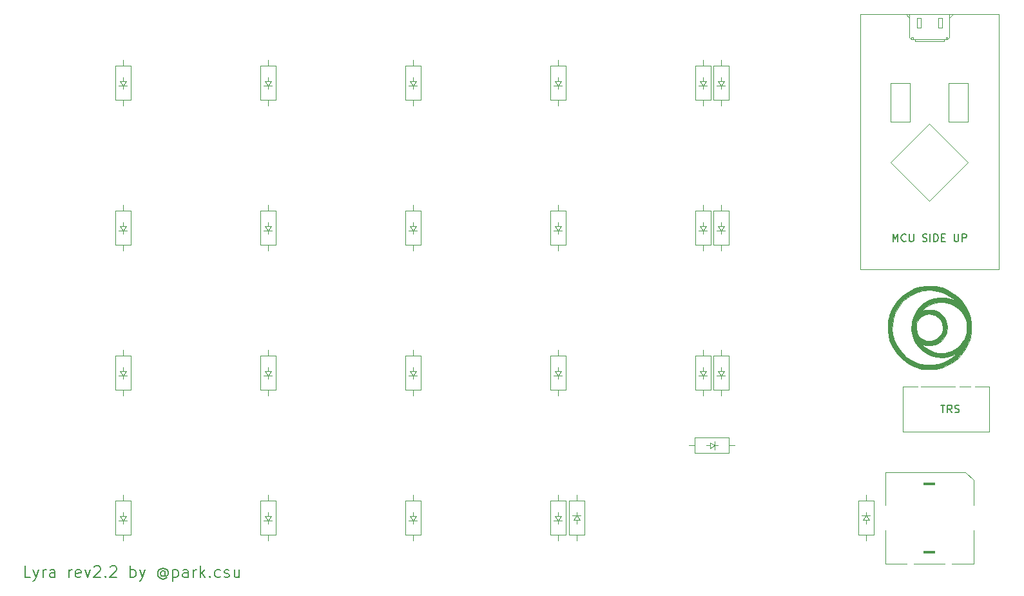
<source format=gto>
G04 #@! TF.GenerationSoftware,KiCad,Pcbnew,(5.99.0-13181-gc0a6014114)*
G04 #@! TF.CreationDate,2021-11-12T19:27:17+09:00*
G04 #@! TF.ProjectId,Lyra,4c797261-2e6b-4696-9361-645f70636258,rev?*
G04 #@! TF.SameCoordinates,Original*
G04 #@! TF.FileFunction,Legend,Top*
G04 #@! TF.FilePolarity,Positive*
%FSLAX46Y46*%
G04 Gerber Fmt 4.6, Leading zero omitted, Abs format (unit mm)*
G04 Created by KiCad (PCBNEW (5.99.0-13181-gc0a6014114)) date 2021-11-12 19:27:17*
%MOMM*%
%LPD*%
G01*
G04 APERTURE LIST*
G04 Aperture macros list*
%AMRoundRect*
0 Rectangle with rounded corners*
0 $1 Rounding radius*
0 $2 $3 $4 $5 $6 $7 $8 $9 X,Y pos of 4 corners*
0 Add a 4 corners polygon primitive as box body*
4,1,4,$2,$3,$4,$5,$6,$7,$8,$9,$2,$3,0*
0 Add four circle primitives for the rounded corners*
1,1,$1+$1,$2,$3*
1,1,$1+$1,$4,$5*
1,1,$1+$1,$6,$7*
1,1,$1+$1,$8,$9*
0 Add four rect primitives between the rounded corners*
20,1,$1+$1,$2,$3,$4,$5,0*
20,1,$1+$1,$4,$5,$6,$7,0*
20,1,$1+$1,$6,$7,$8,$9,0*
20,1,$1+$1,$8,$9,$2,$3,0*%
G04 Aperture macros list end*
%ADD10C,0.150000*%
%ADD11C,0.120000*%
%ADD12C,0.010000*%
%ADD13C,0.100000*%
%ADD14C,1.000000*%
%ADD15O,1.400000X1.200000*%
%ADD16O,1.300000X1.200000*%
%ADD17C,1.750000*%
%ADD18C,3.987800*%
%ADD19C,2.250000*%
%ADD20C,3.048000*%
%ADD21RoundRect,0.800000X0.000000X0.150000X0.000000X-0.150000X0.000000X-0.150000X0.000000X0.150000X0*%
%ADD22C,2.100000*%
%ADD23C,2.000000*%
%ADD24R,2.000000X3.200000*%
%ADD25C,1.524000*%
%ADD26C,2.200000*%
%ADD27R,1.600000X1.600000*%
%ADD28R,1.200000X0.900000*%
%ADD29O,1.600000X1.600000*%
%ADD30R,0.900000X1.200000*%
G04 APERTURE END LIST*
D10*
X82155140Y-133243098D02*
X81440854Y-133243098D01*
X81440854Y-131743098D01*
X82512283Y-132243098D02*
X82869425Y-133243098D01*
X83226568Y-132243098D02*
X82869425Y-133243098D01*
X82726568Y-133600241D01*
X82655140Y-133671669D01*
X82512283Y-133743098D01*
X83797997Y-133243098D02*
X83797997Y-132243098D01*
X83797997Y-132528812D02*
X83869425Y-132385955D01*
X83940854Y-132314527D01*
X84083711Y-132243098D01*
X84226568Y-132243098D01*
X85369425Y-133243098D02*
X85369425Y-132457384D01*
X85297997Y-132314527D01*
X85155140Y-132243098D01*
X84869425Y-132243098D01*
X84726568Y-132314527D01*
X85369425Y-133171669D02*
X85226568Y-133243098D01*
X84869425Y-133243098D01*
X84726568Y-133171669D01*
X84655140Y-133028812D01*
X84655140Y-132885955D01*
X84726568Y-132743098D01*
X84869425Y-132671669D01*
X85226568Y-132671669D01*
X85369425Y-132600241D01*
X87226568Y-133243098D02*
X87226568Y-132243098D01*
X87226568Y-132528812D02*
X87297997Y-132385955D01*
X87369425Y-132314527D01*
X87512283Y-132243098D01*
X87655140Y-132243098D01*
X88726568Y-133171669D02*
X88583711Y-133243098D01*
X88297997Y-133243098D01*
X88155140Y-133171669D01*
X88083711Y-133028812D01*
X88083711Y-132457384D01*
X88155140Y-132314527D01*
X88297997Y-132243098D01*
X88583711Y-132243098D01*
X88726568Y-132314527D01*
X88797997Y-132457384D01*
X88797997Y-132600241D01*
X88083711Y-132743098D01*
X89297997Y-132243098D02*
X89655140Y-133243098D01*
X90012283Y-132243098D01*
X90512283Y-131885955D02*
X90583711Y-131814527D01*
X90726568Y-131743098D01*
X91083711Y-131743098D01*
X91226568Y-131814527D01*
X91297997Y-131885955D01*
X91369425Y-132028812D01*
X91369425Y-132171669D01*
X91297997Y-132385955D01*
X90440854Y-133243098D01*
X91369425Y-133243098D01*
X92012283Y-133100241D02*
X92083711Y-133171669D01*
X92012283Y-133243098D01*
X91940854Y-133171669D01*
X92012283Y-133100241D01*
X92012283Y-133243098D01*
X92655140Y-131885955D02*
X92726568Y-131814527D01*
X92869425Y-131743098D01*
X93226568Y-131743098D01*
X93369425Y-131814527D01*
X93440854Y-131885955D01*
X93512283Y-132028812D01*
X93512283Y-132171669D01*
X93440854Y-132385955D01*
X92583711Y-133243098D01*
X93512283Y-133243098D01*
X95297997Y-133243098D02*
X95297997Y-131743098D01*
X95297997Y-132314527D02*
X95440854Y-132243098D01*
X95726568Y-132243098D01*
X95869425Y-132314527D01*
X95940854Y-132385955D01*
X96012283Y-132528812D01*
X96012283Y-132957384D01*
X95940854Y-133100241D01*
X95869425Y-133171669D01*
X95726568Y-133243098D01*
X95440854Y-133243098D01*
X95297997Y-133171669D01*
X96512283Y-132243098D02*
X96869425Y-133243098D01*
X97226568Y-132243098D02*
X96869425Y-133243098D01*
X96726568Y-133600241D01*
X96655140Y-133671669D01*
X96512283Y-133743098D01*
X99869425Y-132528812D02*
X99797997Y-132457384D01*
X99655140Y-132385955D01*
X99512283Y-132385955D01*
X99369425Y-132457384D01*
X99297997Y-132528812D01*
X99226568Y-132671669D01*
X99226568Y-132814527D01*
X99297997Y-132957384D01*
X99369425Y-133028812D01*
X99512283Y-133100241D01*
X99655140Y-133100241D01*
X99797997Y-133028812D01*
X99869425Y-132957384D01*
X99869425Y-132385955D02*
X99869425Y-132957384D01*
X99940854Y-133028812D01*
X100012283Y-133028812D01*
X100155140Y-132957384D01*
X100226568Y-132814527D01*
X100226568Y-132457384D01*
X100083711Y-132243098D01*
X99869425Y-132100241D01*
X99583711Y-132028812D01*
X99297997Y-132100241D01*
X99083711Y-132243098D01*
X98940854Y-132457384D01*
X98869425Y-132743098D01*
X98940854Y-133028812D01*
X99083711Y-133243098D01*
X99297997Y-133385955D01*
X99583711Y-133457384D01*
X99869425Y-133385955D01*
X100083711Y-133243098D01*
X100869425Y-132243098D02*
X100869425Y-133743098D01*
X100869425Y-132314527D02*
X101012283Y-132243098D01*
X101297997Y-132243098D01*
X101440854Y-132314527D01*
X101512283Y-132385955D01*
X101583711Y-132528812D01*
X101583711Y-132957384D01*
X101512283Y-133100241D01*
X101440854Y-133171669D01*
X101297997Y-133243098D01*
X101012283Y-133243098D01*
X100869425Y-133171669D01*
X102869425Y-133243098D02*
X102869425Y-132457384D01*
X102797997Y-132314527D01*
X102655140Y-132243098D01*
X102369425Y-132243098D01*
X102226568Y-132314527D01*
X102869425Y-133171669D02*
X102726568Y-133243098D01*
X102369425Y-133243098D01*
X102226568Y-133171669D01*
X102155140Y-133028812D01*
X102155140Y-132885955D01*
X102226568Y-132743098D01*
X102369425Y-132671669D01*
X102726568Y-132671669D01*
X102869425Y-132600241D01*
X103583711Y-133243098D02*
X103583711Y-132243098D01*
X103583711Y-132528812D02*
X103655140Y-132385955D01*
X103726568Y-132314527D01*
X103869425Y-132243098D01*
X104012283Y-132243098D01*
X104512283Y-133243098D02*
X104512283Y-131743098D01*
X104655140Y-132671669D02*
X105083711Y-133243098D01*
X105083711Y-132243098D02*
X104512283Y-132814527D01*
X105726568Y-133100241D02*
X105797997Y-133171669D01*
X105726568Y-133243098D01*
X105655140Y-133171669D01*
X105726568Y-133100241D01*
X105726568Y-133243098D01*
X107083711Y-133171669D02*
X106940854Y-133243098D01*
X106655140Y-133243098D01*
X106512283Y-133171669D01*
X106440854Y-133100241D01*
X106369425Y-132957384D01*
X106369425Y-132528812D01*
X106440854Y-132385955D01*
X106512283Y-132314527D01*
X106655140Y-132243098D01*
X106940854Y-132243098D01*
X107083711Y-132314527D01*
X107655140Y-133171669D02*
X107797997Y-133243098D01*
X108083711Y-133243098D01*
X108226568Y-133171669D01*
X108297997Y-133028812D01*
X108297997Y-132957384D01*
X108226568Y-132814527D01*
X108083711Y-132743098D01*
X107869425Y-132743098D01*
X107726568Y-132671669D01*
X107655140Y-132528812D01*
X107655140Y-132457384D01*
X107726568Y-132314527D01*
X107869425Y-132243098D01*
X108083711Y-132243098D01*
X108226568Y-132314527D01*
X109583711Y-132243098D02*
X109583711Y-133243098D01*
X108940854Y-132243098D02*
X108940854Y-133028812D01*
X109012283Y-133171669D01*
X109155140Y-133243098D01*
X109369425Y-133243098D01*
X109512283Y-133171669D01*
X109583711Y-133100241D01*
X201750858Y-110585567D02*
X202322286Y-110585567D01*
X202036572Y-111585567D02*
X202036572Y-110585567D01*
X203227048Y-111585567D02*
X202893715Y-111109377D01*
X202655620Y-111585567D02*
X202655620Y-110585567D01*
X203036572Y-110585567D01*
X203131810Y-110633187D01*
X203179429Y-110680806D01*
X203227048Y-110776044D01*
X203227048Y-110918901D01*
X203179429Y-111014139D01*
X203131810Y-111061758D01*
X203036572Y-111109377D01*
X202655620Y-111109377D01*
X203608001Y-111537948D02*
X203750858Y-111585567D01*
X203988953Y-111585567D01*
X204084191Y-111537948D01*
X204131810Y-111490329D01*
X204179429Y-111395091D01*
X204179429Y-111299853D01*
X204131810Y-111204615D01*
X204084191Y-111156996D01*
X203988953Y-111109377D01*
X203798477Y-111061758D01*
X203703239Y-111014139D01*
X203655620Y-110966520D01*
X203608001Y-110871282D01*
X203608001Y-110776044D01*
X203655620Y-110680806D01*
X203703239Y-110633187D01*
X203798477Y-110585567D01*
X204036572Y-110585567D01*
X204179429Y-110633187D01*
X195472655Y-89097871D02*
X195472655Y-88097871D01*
X195805988Y-88812157D01*
X196139321Y-88097871D01*
X196139321Y-89097871D01*
X197186940Y-89002633D02*
X197139321Y-89050252D01*
X196996464Y-89097871D01*
X196901226Y-89097871D01*
X196758369Y-89050252D01*
X196663131Y-88955014D01*
X196615512Y-88859776D01*
X196567893Y-88669300D01*
X196567893Y-88526443D01*
X196615512Y-88335967D01*
X196663131Y-88240729D01*
X196758369Y-88145491D01*
X196901226Y-88097871D01*
X196996464Y-88097871D01*
X197139321Y-88145491D01*
X197186940Y-88193110D01*
X197615512Y-88097871D02*
X197615512Y-88907395D01*
X197663131Y-89002633D01*
X197710750Y-89050252D01*
X197805988Y-89097871D01*
X197996464Y-89097871D01*
X198091702Y-89050252D01*
X198139321Y-89002633D01*
X198186940Y-88907395D01*
X198186940Y-88097871D01*
X199377417Y-89050252D02*
X199520274Y-89097871D01*
X199758369Y-89097871D01*
X199853607Y-89050252D01*
X199901226Y-89002633D01*
X199948845Y-88907395D01*
X199948845Y-88812157D01*
X199901226Y-88716919D01*
X199853607Y-88669300D01*
X199758369Y-88621681D01*
X199567893Y-88574062D01*
X199472655Y-88526443D01*
X199425036Y-88478824D01*
X199377417Y-88383586D01*
X199377417Y-88288348D01*
X199425036Y-88193110D01*
X199472655Y-88145491D01*
X199567893Y-88097871D01*
X199805988Y-88097871D01*
X199948845Y-88145491D01*
X200377417Y-89097871D02*
X200377417Y-88097871D01*
X200853607Y-89097871D02*
X200853607Y-88097871D01*
X201091702Y-88097871D01*
X201234559Y-88145491D01*
X201329798Y-88240729D01*
X201377417Y-88335967D01*
X201425036Y-88526443D01*
X201425036Y-88669300D01*
X201377417Y-88859776D01*
X201329798Y-88955014D01*
X201234559Y-89050252D01*
X201091702Y-89097871D01*
X200853607Y-89097871D01*
X201853607Y-88574062D02*
X202186940Y-88574062D01*
X202329798Y-89097871D02*
X201853607Y-89097871D01*
X201853607Y-88097871D01*
X202329798Y-88097871D01*
X203520274Y-88097871D02*
X203520274Y-88907395D01*
X203567893Y-89002633D01*
X203615512Y-89050252D01*
X203710750Y-89097871D01*
X203901226Y-89097871D01*
X203996464Y-89050252D01*
X204044083Y-89002633D01*
X204091702Y-88907395D01*
X204091702Y-88097871D01*
X204567893Y-89097871D02*
X204567893Y-88097871D01*
X204948845Y-88097871D01*
X205044083Y-88145491D01*
X205091702Y-88193110D01*
X205139321Y-88288348D01*
X205139321Y-88431205D01*
X205091702Y-88526443D01*
X205044083Y-88574062D01*
X204948845Y-88621681D01*
X204567893Y-88621681D01*
D11*
X196812763Y-114133187D02*
X208112763Y-114133187D01*
X208112763Y-108133187D02*
X196812763Y-108133187D01*
X196812763Y-108133187D02*
X196812763Y-114133187D01*
X208112763Y-114133187D02*
X208112763Y-108133187D01*
D12*
X201202742Y-94996437D02*
X201790980Y-95109696D01*
X201790980Y-95109696D02*
X201938179Y-95154038D01*
X201938179Y-95154038D02*
X202817745Y-95526122D01*
X202817745Y-95526122D02*
X203595574Y-96025506D01*
X203595574Y-96025506D02*
X203761840Y-96159155D01*
X203761840Y-96159155D02*
X204368798Y-96730127D01*
X204368798Y-96730127D02*
X204850111Y-97336144D01*
X204850111Y-97336144D02*
X205239866Y-98025500D01*
X205239866Y-98025500D02*
X205480545Y-98594236D01*
X205480545Y-98594236D02*
X205588530Y-98892335D01*
X205588530Y-98892335D02*
X205661528Y-99143129D01*
X205661528Y-99143129D02*
X205706471Y-99393889D01*
X205706471Y-99393889D02*
X205730293Y-99691886D01*
X205730293Y-99691886D02*
X205739927Y-100084393D01*
X205739927Y-100084393D02*
X205741749Y-100375184D01*
X205741749Y-100375184D02*
X205739854Y-100850944D01*
X205739854Y-100850944D02*
X205726301Y-101205538D01*
X205726301Y-101205538D02*
X205694758Y-101487049D01*
X205694758Y-101487049D02*
X205638893Y-101743558D01*
X205638893Y-101743558D02*
X205552374Y-102023150D01*
X205552374Y-102023150D02*
X205507713Y-102152371D01*
X205507713Y-102152371D02*
X205181812Y-102928239D01*
X205181812Y-102928239D02*
X204778045Y-103594955D01*
X204778045Y-103594955D02*
X204263032Y-104206756D01*
X204263032Y-104206756D02*
X204209572Y-104261495D01*
X204209572Y-104261495D02*
X203598735Y-104806456D01*
X203598735Y-104806456D02*
X202947134Y-105230855D01*
X202947134Y-105230855D02*
X202195886Y-105572412D01*
X202195886Y-105572412D02*
X202116622Y-105602132D01*
X202116622Y-105602132D02*
X201754030Y-105725470D01*
X201754030Y-105725470D02*
X201429997Y-105805413D01*
X201429997Y-105805413D02*
X201081129Y-105853023D01*
X201081129Y-105853023D02*
X200644031Y-105879359D01*
X200644031Y-105879359D02*
X200498846Y-105884376D01*
X200498846Y-105884376D02*
X200078991Y-105889723D01*
X200078991Y-105889723D02*
X199685894Y-105881176D01*
X199685894Y-105881176D02*
X199372330Y-105860576D01*
X199372330Y-105860576D02*
X199228846Y-105840063D01*
X199228846Y-105840063D02*
X198296738Y-105554691D01*
X198296738Y-105554691D02*
X197441739Y-105124749D01*
X197441739Y-105124749D02*
X196677863Y-104562806D01*
X196677863Y-104562806D02*
X196019124Y-103881431D01*
X196019124Y-103881431D02*
X195479537Y-103093193D01*
X195479537Y-103093193D02*
X195073115Y-102210661D01*
X195073115Y-102210661D02*
X195023700Y-102068517D01*
X195023700Y-102068517D02*
X194892724Y-101514999D01*
X194892724Y-101514999D02*
X194822726Y-100863147D01*
X194822726Y-100863147D02*
X194817245Y-100442851D01*
X194817245Y-100442851D02*
X195377764Y-100442851D01*
X195377764Y-100442851D02*
X195460717Y-101320917D01*
X195460717Y-101320917D02*
X195696690Y-102156383D01*
X195696690Y-102156383D02*
X196071849Y-102931648D01*
X196071849Y-102931648D02*
X196572363Y-103629109D01*
X196572363Y-103629109D02*
X197184401Y-104231165D01*
X197184401Y-104231165D02*
X197894131Y-104720214D01*
X197894131Y-104720214D02*
X198687722Y-105078652D01*
X198687722Y-105078652D02*
X199120217Y-105205477D01*
X199120217Y-105205477D02*
X199632866Y-105286671D01*
X199632866Y-105286671D02*
X200231738Y-105315070D01*
X200231738Y-105315070D02*
X200842240Y-105290911D01*
X200842240Y-105290911D02*
X201389781Y-105214433D01*
X201389781Y-105214433D02*
X201463782Y-105198014D01*
X201463782Y-105198014D02*
X202005052Y-105023996D01*
X202005052Y-105023996D02*
X202577548Y-104762640D01*
X202577548Y-104762640D02*
X203110041Y-104450056D01*
X203110041Y-104450056D02*
X203462179Y-104184928D01*
X203462179Y-104184928D02*
X203800846Y-103890529D01*
X203800846Y-103890529D02*
X203415865Y-104055383D01*
X203415865Y-104055383D02*
X202662091Y-104293216D01*
X202662091Y-104293216D02*
X201907376Y-104374126D01*
X201907376Y-104374126D02*
X201169037Y-104309537D01*
X201169037Y-104309537D02*
X200464394Y-104110872D01*
X200464394Y-104110872D02*
X199810764Y-103789553D01*
X199810764Y-103789553D02*
X199225464Y-103357005D01*
X199225464Y-103357005D02*
X198725812Y-102824651D01*
X198725812Y-102824651D02*
X198633021Y-102679449D01*
X198633021Y-102679449D02*
X199374644Y-102679449D01*
X199374644Y-102679449D02*
X199416808Y-102775634D01*
X199416808Y-102775634D02*
X199570821Y-102920163D01*
X199570821Y-102920163D02*
X200211288Y-103357618D01*
X200211288Y-103357618D02*
X200897200Y-103647493D01*
X200897200Y-103647493D02*
X201606677Y-103783951D01*
X201606677Y-103783951D02*
X202317841Y-103761156D01*
X202317841Y-103761156D02*
X202555518Y-103716233D01*
X202555518Y-103716233D02*
X203242777Y-103473800D01*
X203242777Y-103473800D02*
X203869033Y-103088772D01*
X203869033Y-103088772D02*
X204404654Y-102584693D01*
X204404654Y-102584693D02*
X204820008Y-101985107D01*
X204820008Y-101985107D02*
X204879174Y-101869959D01*
X204879174Y-101869959D02*
X205004354Y-101601290D01*
X205004354Y-101601290D02*
X205084509Y-101379142D01*
X205084509Y-101379142D02*
X205129626Y-101150881D01*
X205129626Y-101150881D02*
X205149693Y-100863867D01*
X205149693Y-100863867D02*
X205154696Y-100465465D01*
X205154696Y-100465465D02*
X205154752Y-100417517D01*
X205154752Y-100417517D02*
X205150214Y-99994553D01*
X205150214Y-99994553D02*
X205130244Y-99689508D01*
X205130244Y-99689508D02*
X205086363Y-99451108D01*
X205086363Y-99451108D02*
X205010094Y-99228081D01*
X205010094Y-99228081D02*
X204927193Y-99041460D01*
X204927193Y-99041460D02*
X204542097Y-98403146D01*
X204542097Y-98403146D02*
X204052585Y-97881947D01*
X204052585Y-97881947D02*
X203480409Y-97483273D01*
X203480409Y-97483273D02*
X202847321Y-97212531D01*
X202847321Y-97212531D02*
X202175074Y-97075131D01*
X202175074Y-97075131D02*
X201485419Y-97076482D01*
X201485419Y-97076482D02*
X200800110Y-97221993D01*
X200800110Y-97221993D02*
X200140899Y-97517071D01*
X200140899Y-97517071D02*
X199776637Y-97760746D01*
X199776637Y-97760746D02*
X199512980Y-97975552D01*
X199512980Y-97975552D02*
X199381288Y-98115089D01*
X199381288Y-98115089D02*
X199384579Y-98173895D01*
X199384579Y-98173895D02*
X199525867Y-98146509D01*
X199525867Y-98146509D02*
X199573024Y-98129421D01*
X199573024Y-98129421D02*
X199890031Y-98063207D01*
X199890031Y-98063207D02*
X200296015Y-98052459D01*
X200296015Y-98052459D02*
X200720775Y-98094874D01*
X200720775Y-98094874D02*
X201066559Y-98178446D01*
X201066559Y-98178446D02*
X201581490Y-98438737D01*
X201581490Y-98438737D02*
X202010681Y-98822734D01*
X202010681Y-98822734D02*
X202338308Y-99299920D01*
X202338308Y-99299920D02*
X202548547Y-99839774D01*
X202548547Y-99839774D02*
X202625574Y-100411778D01*
X202625574Y-100411778D02*
X202553565Y-100985413D01*
X202553565Y-100985413D02*
X202542488Y-101025000D01*
X202542488Y-101025000D02*
X202305562Y-101571645D01*
X202305562Y-101571645D02*
X201951200Y-102036339D01*
X201951200Y-102036339D02*
X201506254Y-102402878D01*
X201506254Y-102402878D02*
X200997578Y-102655056D01*
X200997578Y-102655056D02*
X200452026Y-102776666D01*
X200452026Y-102776666D02*
X199896451Y-102751505D01*
X199896451Y-102751505D02*
X199741175Y-102715517D01*
X199741175Y-102715517D02*
X199482297Y-102659974D01*
X199482297Y-102659974D02*
X199374644Y-102679449D01*
X199374644Y-102679449D02*
X198633021Y-102679449D01*
X198633021Y-102679449D02*
X198329127Y-102203913D01*
X198329127Y-102203913D02*
X198052726Y-101506216D01*
X198052726Y-101506216D02*
X197913927Y-100742982D01*
X197913927Y-100742982D02*
X197900813Y-100417517D01*
X197900813Y-100417517D02*
X197929704Y-100123976D01*
X197929704Y-100123976D02*
X198518912Y-100123976D01*
X198518912Y-100123976D02*
X198522840Y-100489190D01*
X198522840Y-100489190D02*
X198523673Y-100504198D01*
X198523673Y-100504198D02*
X198607871Y-101035022D01*
X198607871Y-101035022D02*
X198803578Y-101451158D01*
X198803578Y-101451158D02*
X199126574Y-101777598D01*
X199126574Y-101777598D02*
X199451451Y-101973444D01*
X199451451Y-101973444D02*
X199929089Y-102150873D01*
X199929089Y-102150873D02*
X200394503Y-102184014D01*
X200394503Y-102184014D02*
X200824921Y-102104030D01*
X200824921Y-102104030D02*
X201207233Y-101918318D01*
X201207233Y-101918318D02*
X201553583Y-101606323D01*
X201553583Y-101606323D02*
X201832550Y-101211039D01*
X201832550Y-101211039D02*
X202012714Y-100775456D01*
X202012714Y-100775456D02*
X202064707Y-100407694D01*
X202064707Y-100407694D02*
X201984204Y-99902466D01*
X201984204Y-99902466D02*
X201762032Y-99450080D01*
X201762032Y-99450080D02*
X201423524Y-99075375D01*
X201423524Y-99075375D02*
X200994014Y-98803192D01*
X200994014Y-98803192D02*
X200498834Y-98658369D01*
X200498834Y-98658369D02*
X200263293Y-98641376D01*
X200263293Y-98641376D02*
X199710282Y-98713835D01*
X199710282Y-98713835D02*
X199239057Y-98933188D01*
X199239057Y-98933188D02*
X198858220Y-99294255D01*
X198858220Y-99294255D02*
X198661499Y-99605841D01*
X198661499Y-99605841D02*
X198561587Y-99852629D01*
X198561587Y-99852629D02*
X198518912Y-100123976D01*
X198518912Y-100123976D02*
X197929704Y-100123976D01*
X197929704Y-100123976D02*
X197978657Y-99626605D01*
X197978657Y-99626605D02*
X198200856Y-98898336D01*
X198200856Y-98898336D02*
X198550411Y-98243984D01*
X198550411Y-98243984D02*
X199010323Y-97674826D01*
X199010323Y-97674826D02*
X199563591Y-97202137D01*
X199563591Y-97202137D02*
X200193218Y-96837193D01*
X200193218Y-96837193D02*
X200882203Y-96591269D01*
X200882203Y-96591269D02*
X201613547Y-96475642D01*
X201613547Y-96475642D02*
X202370251Y-96501586D01*
X202370251Y-96501586D02*
X203135315Y-96680379D01*
X203135315Y-96680379D02*
X203390305Y-96776325D01*
X203390305Y-96776325D02*
X203800846Y-96946294D01*
X203800846Y-96946294D02*
X203462179Y-96651001D01*
X203462179Y-96651001D02*
X202812185Y-96189115D01*
X202812185Y-96189115D02*
X202061113Y-95835185D01*
X202061113Y-95835185D02*
X201249149Y-95603792D01*
X201249149Y-95603792D02*
X200416477Y-95509519D01*
X200416477Y-95509519D02*
X200312513Y-95508102D01*
X200312513Y-95508102D02*
X199397941Y-95587316D01*
X199397941Y-95587316D02*
X198534085Y-95825250D01*
X198534085Y-95825250D02*
X197733932Y-96216576D01*
X197733932Y-96216576D02*
X197010469Y-96755970D01*
X197010469Y-96755970D02*
X196812926Y-96943264D01*
X196812926Y-96943264D02*
X196230723Y-97641534D01*
X196230723Y-97641534D02*
X195795010Y-98420338D01*
X195795010Y-98420338D02*
X195511113Y-99266690D01*
X195511113Y-99266690D02*
X195384360Y-100167602D01*
X195384360Y-100167602D02*
X195377764Y-100442851D01*
X195377764Y-100442851D02*
X194817245Y-100442851D01*
X194817245Y-100442851D02*
X194813720Y-100172604D01*
X194813720Y-100172604D02*
X194865718Y-99503011D01*
X194865718Y-99503011D02*
X194978732Y-98914013D01*
X194978732Y-98914013D02*
X195023013Y-98766517D01*
X195023013Y-98766517D02*
X195408860Y-97864596D01*
X195408860Y-97864596D02*
X195930639Y-97057145D01*
X195930639Y-97057145D02*
X196576435Y-96356078D01*
X196576435Y-96356078D02*
X197334331Y-95773311D01*
X197334331Y-95773311D02*
X198192414Y-95320758D01*
X198192414Y-95320758D02*
X198636179Y-95153351D01*
X198636179Y-95153351D02*
X199190575Y-95022605D01*
X199190575Y-95022605D02*
X199842897Y-94952879D01*
X199842897Y-94952879D02*
X200533500Y-94944160D01*
X200533500Y-94944160D02*
X201202742Y-94996437D01*
X201202742Y-94996437D02*
X201202742Y-94996437D01*
G36*
X194865718Y-99503011D02*
G01*
X194978732Y-98914013D01*
X195023013Y-98766517D01*
X195408860Y-97864596D01*
X195930639Y-97057145D01*
X196576435Y-96356078D01*
X197334331Y-95773311D01*
X198192414Y-95320758D01*
X198636179Y-95153351D01*
X199190575Y-95022605D01*
X199842897Y-94952879D01*
X200533500Y-94944160D01*
X201202742Y-94996437D01*
X201790980Y-95109696D01*
X201938179Y-95154038D01*
X202817745Y-95526122D01*
X203595574Y-96025506D01*
X203761840Y-96159155D01*
X204368798Y-96730127D01*
X204850111Y-97336144D01*
X205239866Y-98025500D01*
X205480545Y-98594236D01*
X205588530Y-98892335D01*
X205661528Y-99143129D01*
X205706471Y-99393889D01*
X205730293Y-99691886D01*
X205739927Y-100084393D01*
X205741749Y-100375184D01*
X205739854Y-100850944D01*
X205726301Y-101205538D01*
X205694758Y-101487049D01*
X205638893Y-101743558D01*
X205552374Y-102023150D01*
X205507713Y-102152371D01*
X205181812Y-102928239D01*
X204778045Y-103594955D01*
X204263032Y-104206756D01*
X204209572Y-104261495D01*
X203598735Y-104806456D01*
X202947134Y-105230855D01*
X202195886Y-105572412D01*
X202116622Y-105602132D01*
X201754030Y-105725470D01*
X201429997Y-105805413D01*
X201081129Y-105853023D01*
X200644031Y-105879359D01*
X200498846Y-105884376D01*
X200078991Y-105889723D01*
X199685894Y-105881176D01*
X199372330Y-105860576D01*
X199228846Y-105840063D01*
X198296738Y-105554691D01*
X197441739Y-105124749D01*
X196677863Y-104562806D01*
X196019124Y-103881431D01*
X195479537Y-103093193D01*
X195073115Y-102210661D01*
X195023700Y-102068517D01*
X194892724Y-101514999D01*
X194822726Y-100863147D01*
X194817245Y-100442851D01*
X195377764Y-100442851D01*
X195460717Y-101320917D01*
X195696690Y-102156383D01*
X196071849Y-102931648D01*
X196572363Y-103629109D01*
X197184401Y-104231165D01*
X197894131Y-104720214D01*
X198687722Y-105078652D01*
X199120217Y-105205477D01*
X199632866Y-105286671D01*
X200231738Y-105315070D01*
X200842240Y-105290911D01*
X201389781Y-105214433D01*
X201463782Y-105198014D01*
X202005052Y-105023996D01*
X202577548Y-104762640D01*
X203110041Y-104450056D01*
X203462179Y-104184928D01*
X203800846Y-103890529D01*
X203415865Y-104055383D01*
X202662091Y-104293216D01*
X201907376Y-104374126D01*
X201169037Y-104309537D01*
X200464394Y-104110872D01*
X199810764Y-103789553D01*
X199225464Y-103357005D01*
X198725812Y-102824651D01*
X198633021Y-102679449D01*
X199374644Y-102679449D01*
X199416808Y-102775634D01*
X199570821Y-102920163D01*
X200211288Y-103357618D01*
X200897200Y-103647493D01*
X201606677Y-103783951D01*
X202317841Y-103761156D01*
X202555518Y-103716233D01*
X203242777Y-103473800D01*
X203869033Y-103088772D01*
X204404654Y-102584693D01*
X204820008Y-101985107D01*
X204879174Y-101869959D01*
X205004354Y-101601290D01*
X205084509Y-101379142D01*
X205129626Y-101150881D01*
X205149693Y-100863867D01*
X205154696Y-100465465D01*
X205154752Y-100417517D01*
X205150214Y-99994553D01*
X205130244Y-99689508D01*
X205086363Y-99451108D01*
X205010094Y-99228081D01*
X204927193Y-99041460D01*
X204542097Y-98403146D01*
X204052585Y-97881947D01*
X203480409Y-97483273D01*
X202847321Y-97212531D01*
X202175074Y-97075131D01*
X201485419Y-97076482D01*
X200800110Y-97221993D01*
X200140899Y-97517071D01*
X199776637Y-97760746D01*
X199512980Y-97975552D01*
X199381288Y-98115089D01*
X199384579Y-98173895D01*
X199525867Y-98146509D01*
X199573024Y-98129421D01*
X199890031Y-98063207D01*
X200296015Y-98052459D01*
X200720775Y-98094874D01*
X201066559Y-98178446D01*
X201581490Y-98438737D01*
X202010681Y-98822734D01*
X202338308Y-99299920D01*
X202548547Y-99839774D01*
X202625574Y-100411778D01*
X202553565Y-100985413D01*
X202542488Y-101025000D01*
X202305562Y-101571645D01*
X201951200Y-102036339D01*
X201506254Y-102402878D01*
X200997578Y-102655056D01*
X200452026Y-102776666D01*
X199896451Y-102751505D01*
X199741175Y-102715517D01*
X199482297Y-102659974D01*
X199374644Y-102679449D01*
X198633021Y-102679449D01*
X198329127Y-102203913D01*
X198052726Y-101506216D01*
X197913927Y-100742982D01*
X197900813Y-100417517D01*
X197929704Y-100123976D01*
X198518912Y-100123976D01*
X198522840Y-100489190D01*
X198523673Y-100504198D01*
X198607871Y-101035022D01*
X198803578Y-101451158D01*
X199126574Y-101777598D01*
X199451451Y-101973444D01*
X199929089Y-102150873D01*
X200394503Y-102184014D01*
X200824921Y-102104030D01*
X201207233Y-101918318D01*
X201553583Y-101606323D01*
X201832550Y-101211039D01*
X202012714Y-100775456D01*
X202064707Y-100407694D01*
X201984204Y-99902466D01*
X201762032Y-99450080D01*
X201423524Y-99075375D01*
X200994014Y-98803192D01*
X200498834Y-98658369D01*
X200263293Y-98641376D01*
X199710282Y-98713835D01*
X199239057Y-98933188D01*
X198858220Y-99294255D01*
X198661499Y-99605841D01*
X198561587Y-99852629D01*
X198518912Y-100123976D01*
X197929704Y-100123976D01*
X197978657Y-99626605D01*
X198200856Y-98898336D01*
X198550411Y-98243984D01*
X199010323Y-97674826D01*
X199563591Y-97202137D01*
X200193218Y-96837193D01*
X200882203Y-96591269D01*
X201613547Y-96475642D01*
X202370251Y-96501586D01*
X203135315Y-96680379D01*
X203390305Y-96776325D01*
X203800846Y-96946294D01*
X203462179Y-96651001D01*
X202812185Y-96189115D01*
X202061113Y-95835185D01*
X201249149Y-95603792D01*
X200416477Y-95509519D01*
X200312513Y-95508102D01*
X199397941Y-95587316D01*
X198534085Y-95825250D01*
X197733932Y-96216576D01*
X197010469Y-96755970D01*
X196812926Y-96943264D01*
X196230723Y-97641534D01*
X195795010Y-98420338D01*
X195511113Y-99266690D01*
X195384360Y-100167602D01*
X195377764Y-100442851D01*
X194817245Y-100442851D01*
X194813720Y-100172604D01*
X194865718Y-99503011D01*
G37*
X194865718Y-99503011D02*
X194978732Y-98914013D01*
X195023013Y-98766517D01*
X195408860Y-97864596D01*
X195930639Y-97057145D01*
X196576435Y-96356078D01*
X197334331Y-95773311D01*
X198192414Y-95320758D01*
X198636179Y-95153351D01*
X199190575Y-95022605D01*
X199842897Y-94952879D01*
X200533500Y-94944160D01*
X201202742Y-94996437D01*
X201790980Y-95109696D01*
X201938179Y-95154038D01*
X202817745Y-95526122D01*
X203595574Y-96025506D01*
X203761840Y-96159155D01*
X204368798Y-96730127D01*
X204850111Y-97336144D01*
X205239866Y-98025500D01*
X205480545Y-98594236D01*
X205588530Y-98892335D01*
X205661528Y-99143129D01*
X205706471Y-99393889D01*
X205730293Y-99691886D01*
X205739927Y-100084393D01*
X205741749Y-100375184D01*
X205739854Y-100850944D01*
X205726301Y-101205538D01*
X205694758Y-101487049D01*
X205638893Y-101743558D01*
X205552374Y-102023150D01*
X205507713Y-102152371D01*
X205181812Y-102928239D01*
X204778045Y-103594955D01*
X204263032Y-104206756D01*
X204209572Y-104261495D01*
X203598735Y-104806456D01*
X202947134Y-105230855D01*
X202195886Y-105572412D01*
X202116622Y-105602132D01*
X201754030Y-105725470D01*
X201429997Y-105805413D01*
X201081129Y-105853023D01*
X200644031Y-105879359D01*
X200498846Y-105884376D01*
X200078991Y-105889723D01*
X199685894Y-105881176D01*
X199372330Y-105860576D01*
X199228846Y-105840063D01*
X198296738Y-105554691D01*
X197441739Y-105124749D01*
X196677863Y-104562806D01*
X196019124Y-103881431D01*
X195479537Y-103093193D01*
X195073115Y-102210661D01*
X195023700Y-102068517D01*
X194892724Y-101514999D01*
X194822726Y-100863147D01*
X194817245Y-100442851D01*
X195377764Y-100442851D01*
X195460717Y-101320917D01*
X195696690Y-102156383D01*
X196071849Y-102931648D01*
X196572363Y-103629109D01*
X197184401Y-104231165D01*
X197894131Y-104720214D01*
X198687722Y-105078652D01*
X199120217Y-105205477D01*
X199632866Y-105286671D01*
X200231738Y-105315070D01*
X200842240Y-105290911D01*
X201389781Y-105214433D01*
X201463782Y-105198014D01*
X202005052Y-105023996D01*
X202577548Y-104762640D01*
X203110041Y-104450056D01*
X203462179Y-104184928D01*
X203800846Y-103890529D01*
X203415865Y-104055383D01*
X202662091Y-104293216D01*
X201907376Y-104374126D01*
X201169037Y-104309537D01*
X200464394Y-104110872D01*
X199810764Y-103789553D01*
X199225464Y-103357005D01*
X198725812Y-102824651D01*
X198633021Y-102679449D01*
X199374644Y-102679449D01*
X199416808Y-102775634D01*
X199570821Y-102920163D01*
X200211288Y-103357618D01*
X200897200Y-103647493D01*
X201606677Y-103783951D01*
X202317841Y-103761156D01*
X202555518Y-103716233D01*
X203242777Y-103473800D01*
X203869033Y-103088772D01*
X204404654Y-102584693D01*
X204820008Y-101985107D01*
X204879174Y-101869959D01*
X205004354Y-101601290D01*
X205084509Y-101379142D01*
X205129626Y-101150881D01*
X205149693Y-100863867D01*
X205154696Y-100465465D01*
X205154752Y-100417517D01*
X205150214Y-99994553D01*
X205130244Y-99689508D01*
X205086363Y-99451108D01*
X205010094Y-99228081D01*
X204927193Y-99041460D01*
X204542097Y-98403146D01*
X204052585Y-97881947D01*
X203480409Y-97483273D01*
X202847321Y-97212531D01*
X202175074Y-97075131D01*
X201485419Y-97076482D01*
X200800110Y-97221993D01*
X200140899Y-97517071D01*
X199776637Y-97760746D01*
X199512980Y-97975552D01*
X199381288Y-98115089D01*
X199384579Y-98173895D01*
X199525867Y-98146509D01*
X199573024Y-98129421D01*
X199890031Y-98063207D01*
X200296015Y-98052459D01*
X200720775Y-98094874D01*
X201066559Y-98178446D01*
X201581490Y-98438737D01*
X202010681Y-98822734D01*
X202338308Y-99299920D01*
X202548547Y-99839774D01*
X202625574Y-100411778D01*
X202553565Y-100985413D01*
X202542488Y-101025000D01*
X202305562Y-101571645D01*
X201951200Y-102036339D01*
X201506254Y-102402878D01*
X200997578Y-102655056D01*
X200452026Y-102776666D01*
X199896451Y-102751505D01*
X199741175Y-102715517D01*
X199482297Y-102659974D01*
X199374644Y-102679449D01*
X198633021Y-102679449D01*
X198329127Y-102203913D01*
X198052726Y-101506216D01*
X197913927Y-100742982D01*
X197900813Y-100417517D01*
X197929704Y-100123976D01*
X198518912Y-100123976D01*
X198522840Y-100489190D01*
X198523673Y-100504198D01*
X198607871Y-101035022D01*
X198803578Y-101451158D01*
X199126574Y-101777598D01*
X199451451Y-101973444D01*
X199929089Y-102150873D01*
X200394503Y-102184014D01*
X200824921Y-102104030D01*
X201207233Y-101918318D01*
X201553583Y-101606323D01*
X201832550Y-101211039D01*
X202012714Y-100775456D01*
X202064707Y-100407694D01*
X201984204Y-99902466D01*
X201762032Y-99450080D01*
X201423524Y-99075375D01*
X200994014Y-98803192D01*
X200498834Y-98658369D01*
X200263293Y-98641376D01*
X199710282Y-98713835D01*
X199239057Y-98933188D01*
X198858220Y-99294255D01*
X198661499Y-99605841D01*
X198561587Y-99852629D01*
X198518912Y-100123976D01*
X197929704Y-100123976D01*
X197978657Y-99626605D01*
X198200856Y-98898336D01*
X198550411Y-98243984D01*
X199010323Y-97674826D01*
X199563591Y-97202137D01*
X200193218Y-96837193D01*
X200882203Y-96591269D01*
X201613547Y-96475642D01*
X202370251Y-96501586D01*
X203135315Y-96680379D01*
X203390305Y-96776325D01*
X203800846Y-96946294D01*
X203462179Y-96651001D01*
X202812185Y-96189115D01*
X202061113Y-95835185D01*
X201249149Y-95603792D01*
X200416477Y-95509519D01*
X200312513Y-95508102D01*
X199397941Y-95587316D01*
X198534085Y-95825250D01*
X197733932Y-96216576D01*
X197010469Y-96755970D01*
X196812926Y-96943264D01*
X196230723Y-97641534D01*
X195795010Y-98420338D01*
X195511113Y-99266690D01*
X195384360Y-100167602D01*
X195377764Y-100442851D01*
X194817245Y-100442851D01*
X194813720Y-100172604D01*
X194865718Y-99503011D01*
D11*
X206099187Y-131429747D02*
X194499187Y-131429747D01*
X206099187Y-120429747D02*
X206099187Y-131429747D01*
X194499187Y-131429747D02*
X194499187Y-119429747D01*
X194499187Y-119429747D02*
X204999187Y-119429747D01*
X204999187Y-119429747D02*
X206099187Y-120429747D01*
X195202048Y-68325483D02*
X197742049Y-68325483D01*
X195202048Y-78665491D02*
X200282048Y-73585490D01*
X202162156Y-62745611D02*
X202162156Y-62495421D01*
X200282048Y-83745491D02*
X195202048Y-78665491D01*
X197911974Y-62245485D02*
X198162165Y-62245485D01*
X202822049Y-68325483D02*
X205362049Y-68325483D01*
X195202048Y-73405482D02*
X195202048Y-68325483D01*
X201412095Y-59745617D02*
X201911966Y-59745617D01*
X197662039Y-59245491D02*
X197662039Y-62245485D01*
X205362049Y-78665491D02*
X200282048Y-83745491D01*
X197662039Y-62245485D02*
X197911974Y-62495421D01*
X199162162Y-60995550D02*
X199162162Y-59745617D01*
X202662029Y-62245485D02*
X202662029Y-62495421D01*
X201412095Y-60995550D02*
X201412095Y-59745617D01*
X202911964Y-59745617D02*
X203412090Y-59245491D01*
X191162179Y-92745550D02*
X191162179Y-59245491D01*
X200282048Y-73585490D02*
X205362049Y-78665491D01*
X198162165Y-62245485D02*
X198162165Y-62495421D01*
X198412100Y-62495421D02*
X198412100Y-62745611D01*
X198412100Y-62745611D02*
X202162156Y-62745611D01*
X202662029Y-62495421D02*
X202911964Y-62245485D01*
X197162167Y-59245491D02*
X197662039Y-59745617D01*
X197911974Y-62495421D02*
X197911974Y-62245485D01*
X202412093Y-62245485D02*
X202662029Y-62245485D01*
X198662037Y-59745617D02*
X198662037Y-60995550D01*
X198662037Y-60995550D02*
X199162162Y-60995550D01*
X197742049Y-68325483D02*
X197742049Y-73405482D01*
X202822049Y-73405482D02*
X202822049Y-68325483D01*
X199162162Y-59745617D02*
X198662037Y-59745617D01*
X191162179Y-59245491D02*
X209412079Y-59245491D01*
X197911974Y-62495421D02*
X202662029Y-62495421D01*
X209412079Y-92745550D02*
X191162179Y-92745550D01*
X197742049Y-73405482D02*
X195202048Y-73405482D01*
X205362049Y-73405482D02*
X202822049Y-73405482D01*
X209412079Y-59245491D02*
X209412079Y-92745550D01*
X205362049Y-68325483D02*
X205362049Y-73405482D01*
X201911966Y-59745617D02*
X201911966Y-60995550D01*
X201911966Y-60995550D02*
X201412095Y-60995550D01*
X202911964Y-62245485D02*
X202911964Y-59245491D01*
X202412093Y-62495421D02*
X202412093Y-62245485D01*
X173902781Y-108620467D02*
X173902781Y-104120467D01*
X171902781Y-104120467D02*
X173902781Y-104120467D01*
D13*
X172502781Y-106120467D02*
X173302781Y-106120467D01*
D11*
X171902781Y-108620467D02*
X173902781Y-108620467D01*
X172902781Y-110180467D02*
X172902781Y-108620467D01*
X171902781Y-108620467D02*
X171902781Y-104120467D01*
D13*
X172902781Y-106120467D02*
X172902781Y-105620467D01*
D11*
X172902781Y-102560467D02*
X172902781Y-104120467D01*
D13*
X172902781Y-107120467D02*
X172902781Y-106720467D01*
X173302781Y-106120467D02*
X172902781Y-106720467D01*
X172352781Y-106720467D02*
X173452781Y-106720467D01*
X172902781Y-106720467D02*
X172502781Y-106120467D01*
D11*
X169521529Y-104120467D02*
X171521529Y-104120467D01*
D13*
X170121529Y-106120467D02*
X170921529Y-106120467D01*
D11*
X169521529Y-108620467D02*
X171521529Y-108620467D01*
D13*
X169971529Y-106720467D02*
X171071529Y-106720467D01*
D11*
X169521529Y-108620467D02*
X169521529Y-104120467D01*
D13*
X170521529Y-107120467D02*
X170521529Y-106720467D01*
D11*
X170521529Y-110180467D02*
X170521529Y-108620467D01*
D13*
X170521529Y-106120467D02*
X170521529Y-105620467D01*
D11*
X171521529Y-108620467D02*
X171521529Y-104120467D01*
X170521529Y-102560467D02*
X170521529Y-104120467D01*
D13*
X170521529Y-106720467D02*
X170121529Y-106120467D01*
X170921529Y-106120467D02*
X170521529Y-106720467D01*
X112971578Y-106120467D02*
X113771578Y-106120467D01*
X112821578Y-106720467D02*
X113921578Y-106720467D01*
D11*
X112371578Y-108620467D02*
X112371578Y-104120467D01*
D13*
X113771578Y-106120467D02*
X113371578Y-106720467D01*
D11*
X112371578Y-104120467D02*
X114371578Y-104120467D01*
D13*
X113371578Y-107120467D02*
X113371578Y-106720467D01*
X113371578Y-106720467D02*
X112971578Y-106120467D01*
D11*
X113371578Y-102560467D02*
X113371578Y-104120467D01*
X112371578Y-108620467D02*
X114371578Y-108620467D01*
D13*
X113371578Y-106120467D02*
X113371578Y-105620467D01*
D11*
X114371578Y-108620467D02*
X114371578Y-104120467D01*
X113371578Y-110180467D02*
X113371578Y-108620467D01*
X131421578Y-85070467D02*
X133421578Y-85070467D01*
X132421578Y-91130467D02*
X132421578Y-89570467D01*
D13*
X132421578Y-87070467D02*
X132421578Y-86570467D01*
X132421578Y-88070467D02*
X132421578Y-87670467D01*
X132421578Y-87670467D02*
X132021578Y-87070467D01*
D11*
X132421578Y-83510467D02*
X132421578Y-85070467D01*
X131421578Y-89570467D02*
X131421578Y-85070467D01*
D13*
X132821578Y-87070467D02*
X132421578Y-87670467D01*
D11*
X131421578Y-89570467D02*
X133421578Y-89570467D01*
X133421578Y-89570467D02*
X133421578Y-85070467D01*
D13*
X131871578Y-87670467D02*
X132971578Y-87670467D01*
X132021578Y-87070467D02*
X132821578Y-87070467D01*
X132421578Y-106120467D02*
X132421578Y-105620467D01*
X132421578Y-106720467D02*
X132021578Y-106120467D01*
D11*
X132421578Y-110180467D02*
X132421578Y-108620467D01*
X132421578Y-102560467D02*
X132421578Y-104120467D01*
X131421578Y-108620467D02*
X133421578Y-108620467D01*
D13*
X132421578Y-107120467D02*
X132421578Y-106720467D01*
X131871578Y-106720467D02*
X132971578Y-106720467D01*
X132821578Y-106120467D02*
X132421578Y-106720467D01*
D11*
X131421578Y-104120467D02*
X133421578Y-104120467D01*
X133421578Y-108620467D02*
X133421578Y-104120467D01*
D13*
X132021578Y-106120467D02*
X132821578Y-106120467D01*
D11*
X131421578Y-108620467D02*
X131421578Y-104120467D01*
X151471578Y-91130467D02*
X151471578Y-89570467D01*
X152471578Y-89570467D02*
X152471578Y-85070467D01*
X150471578Y-89570467D02*
X152471578Y-89570467D01*
D13*
X150921578Y-87670467D02*
X152021578Y-87670467D01*
D11*
X150471578Y-89570467D02*
X150471578Y-85070467D01*
D13*
X151471578Y-88070467D02*
X151471578Y-87670467D01*
X151071578Y-87070467D02*
X151871578Y-87070467D01*
D11*
X151471578Y-83510467D02*
X151471578Y-85070467D01*
D13*
X151471578Y-87670467D02*
X151071578Y-87070467D01*
D11*
X150471578Y-85070467D02*
X152471578Y-85070467D01*
D13*
X151471578Y-87070467D02*
X151471578Y-86570467D01*
X151871578Y-87070467D02*
X151471578Y-87670467D01*
X170121578Y-87070467D02*
X170921578Y-87070467D01*
D11*
X169521578Y-89570467D02*
X171521578Y-89570467D01*
D13*
X170521578Y-88070467D02*
X170521578Y-87670467D01*
X170921578Y-87070467D02*
X170521578Y-87670467D01*
D11*
X171521578Y-89570467D02*
X171521578Y-85070467D01*
X170521578Y-83510467D02*
X170521578Y-85070467D01*
X169521578Y-89570467D02*
X169521578Y-85070467D01*
X169521578Y-85070467D02*
X171521578Y-85070467D01*
D13*
X170521578Y-87670467D02*
X170121578Y-87070467D01*
D11*
X170521578Y-91130467D02*
X170521578Y-89570467D01*
D13*
X170521578Y-87070467D02*
X170521578Y-86570467D01*
X169971578Y-87670467D02*
X171071578Y-87670467D01*
X172502828Y-87070467D02*
X173302828Y-87070467D01*
D11*
X173902828Y-89570467D02*
X173902828Y-85070467D01*
D13*
X173302828Y-87070467D02*
X172902828Y-87670467D01*
X172902828Y-87670467D02*
X172502828Y-87070467D01*
X172352828Y-87670467D02*
X173452828Y-87670467D01*
D11*
X171902828Y-89570467D02*
X171902828Y-85070467D01*
D13*
X172902828Y-88070467D02*
X172902828Y-87670467D01*
X172902828Y-87070467D02*
X172902828Y-86570467D01*
D11*
X172902828Y-83510467D02*
X172902828Y-85070467D01*
X171902828Y-85070467D02*
X173902828Y-85070467D01*
X172902828Y-91130467D02*
X172902828Y-89570467D01*
X171902828Y-89570467D02*
X173902828Y-89570467D01*
X93321578Y-89570467D02*
X95321578Y-89570467D01*
D13*
X94321578Y-88070467D02*
X94321578Y-87670467D01*
D11*
X94321578Y-91130467D02*
X94321578Y-89570467D01*
X93321578Y-89570467D02*
X93321578Y-85070467D01*
X94321578Y-83510467D02*
X94321578Y-85070467D01*
D13*
X93921578Y-87070467D02*
X94721578Y-87070467D01*
D11*
X93321578Y-85070467D02*
X95321578Y-85070467D01*
D13*
X94321578Y-87070467D02*
X94321578Y-86570467D01*
X93771578Y-87670467D02*
X94871578Y-87670467D01*
D11*
X95321578Y-89570467D02*
X95321578Y-85070467D01*
D13*
X94721578Y-87070467D02*
X94321578Y-87670467D01*
X94321578Y-87670467D02*
X93921578Y-87070467D01*
D11*
X113371576Y-91130467D02*
X113371576Y-89570467D01*
D13*
X112971576Y-87070467D02*
X113771576Y-87070467D01*
X113371576Y-87670467D02*
X112971576Y-87070467D01*
X113371576Y-88070467D02*
X113371576Y-87670467D01*
D11*
X113371576Y-83510467D02*
X113371576Y-85070467D01*
X112371576Y-89570467D02*
X112371576Y-85070467D01*
D13*
X112821576Y-87670467D02*
X113921576Y-87670467D01*
D11*
X112371576Y-89570467D02*
X114371576Y-89570467D01*
X112371576Y-85070467D02*
X114371576Y-85070467D01*
X114371576Y-89570467D02*
X114371576Y-85070467D01*
D13*
X113771576Y-87070467D02*
X113371576Y-87670467D01*
X113371576Y-87070467D02*
X113371576Y-86570467D01*
X191952828Y-125670467D02*
X191952828Y-126170467D01*
X192352828Y-125670467D02*
X191552828Y-125670467D01*
D11*
X191952828Y-129230467D02*
X191952828Y-127670467D01*
X192952828Y-123170467D02*
X192952828Y-127670467D01*
X192952828Y-123170467D02*
X190952828Y-123170467D01*
D13*
X191952828Y-124670467D02*
X191952828Y-125070467D01*
D11*
X191952828Y-121610467D02*
X191952828Y-123170467D01*
X192952828Y-127670467D02*
X190952828Y-127670467D01*
X190952828Y-123170467D02*
X190952828Y-127670467D01*
D13*
X191952828Y-125070467D02*
X192352828Y-125670467D01*
X192502828Y-125070467D02*
X191402828Y-125070467D01*
X191552828Y-125670467D02*
X191952828Y-125070467D01*
X132421578Y-125170467D02*
X132421578Y-124670467D01*
D11*
X132421578Y-129230467D02*
X132421578Y-127670467D01*
X132421578Y-121610467D02*
X132421578Y-123170467D01*
D13*
X131871578Y-125770467D02*
X132971578Y-125770467D01*
X132021578Y-125170467D02*
X132821578Y-125170467D01*
X132421578Y-126170467D02*
X132421578Y-125770467D01*
D11*
X131421578Y-123170467D02*
X133421578Y-123170467D01*
D13*
X132821578Y-125170467D02*
X132421578Y-125770467D01*
D11*
X131421578Y-127670467D02*
X133421578Y-127670467D01*
X131421578Y-127670467D02*
X131421578Y-123170467D01*
D13*
X132421578Y-125770467D02*
X132021578Y-125170467D01*
D11*
X133421578Y-127670467D02*
X133421578Y-123170467D01*
X93321578Y-123170467D02*
X95321578Y-123170467D01*
D13*
X94321578Y-125770467D02*
X93921578Y-125170467D01*
D11*
X93321578Y-127670467D02*
X93321578Y-123170467D01*
D13*
X94321578Y-126170467D02*
X94321578Y-125770467D01*
X94321578Y-125170467D02*
X94321578Y-124670467D01*
D11*
X94321578Y-121610467D02*
X94321578Y-123170467D01*
X93321578Y-127670467D02*
X95321578Y-127670467D01*
D13*
X93771578Y-125770467D02*
X94871578Y-125770467D01*
X93921578Y-125170467D02*
X94721578Y-125170467D01*
X94721578Y-125170467D02*
X94321578Y-125770467D01*
D11*
X95321578Y-127670467D02*
X95321578Y-123170467D01*
X94321578Y-129230467D02*
X94321578Y-127670467D01*
D13*
X151471578Y-125170467D02*
X151471578Y-124670467D01*
X151471578Y-125770467D02*
X151071578Y-125170467D01*
D11*
X152471578Y-127670467D02*
X152471578Y-123170467D01*
X150471578Y-127670467D02*
X152471578Y-127670467D01*
D13*
X151071578Y-125170467D02*
X151871578Y-125170467D01*
D11*
X151471578Y-129230467D02*
X151471578Y-127670467D01*
X150471578Y-127670467D02*
X150471578Y-123170467D01*
X151471578Y-121610467D02*
X151471578Y-123170467D01*
X150471578Y-123170467D02*
X152471578Y-123170467D01*
D13*
X150921578Y-125770467D02*
X152021578Y-125770467D01*
X151871578Y-125170467D02*
X151471578Y-125770467D01*
X151471578Y-126170467D02*
X151471578Y-125770467D01*
X113771578Y-125170467D02*
X113371578Y-125770467D01*
X112971578Y-125170467D02*
X113771578Y-125170467D01*
X113371578Y-126170467D02*
X113371578Y-125770467D01*
X113371578Y-125170467D02*
X113371578Y-124670467D01*
D11*
X113371578Y-129230467D02*
X113371578Y-127670467D01*
X112371578Y-127670467D02*
X112371578Y-123170467D01*
X114371578Y-127670467D02*
X114371578Y-123170467D01*
X112371578Y-123170467D02*
X114371578Y-123170467D01*
X112371578Y-127670467D02*
X114371578Y-127670467D01*
D13*
X112821578Y-125770467D02*
X113921578Y-125770467D01*
X113371578Y-125770467D02*
X112971578Y-125170467D01*
D11*
X113371578Y-121610467D02*
X113371578Y-123170467D01*
X95321578Y-108620467D02*
X95321578Y-104120467D01*
D13*
X94721578Y-106120467D02*
X94321578Y-106720467D01*
X94321578Y-106720467D02*
X93921578Y-106120467D01*
D11*
X94321578Y-110180467D02*
X94321578Y-108620467D01*
X93321578Y-108620467D02*
X93321578Y-104120467D01*
D13*
X94321578Y-106120467D02*
X94321578Y-105620467D01*
X93921578Y-106120467D02*
X94721578Y-106120467D01*
X94321578Y-107120467D02*
X94321578Y-106720467D01*
D11*
X93321578Y-104120467D02*
X95321578Y-104120467D01*
X94321578Y-102560467D02*
X94321578Y-104120467D01*
X93321578Y-108620467D02*
X95321578Y-108620467D01*
D13*
X93771578Y-106720467D02*
X94871578Y-106720467D01*
D11*
X173902828Y-70520467D02*
X173902828Y-66020467D01*
D13*
X172352828Y-68620467D02*
X173452828Y-68620467D01*
D11*
X172902828Y-64460467D02*
X172902828Y-66020467D01*
D13*
X173302828Y-68020467D02*
X172902828Y-68620467D01*
D11*
X172902828Y-72080467D02*
X172902828Y-70520467D01*
X171902828Y-66020467D02*
X173902828Y-66020467D01*
D13*
X172902828Y-68620467D02*
X172502828Y-68020467D01*
X172902828Y-69020467D02*
X172902828Y-68620467D01*
D11*
X171902828Y-70520467D02*
X173902828Y-70520467D01*
D13*
X172902828Y-68020467D02*
X172902828Y-67520467D01*
D11*
X171902828Y-70520467D02*
X171902828Y-66020467D01*
D13*
X172502828Y-68020467D02*
X173302828Y-68020467D01*
D11*
X170521578Y-72080467D02*
X170521578Y-70520467D01*
D13*
X170921578Y-68020467D02*
X170521578Y-68620467D01*
X170521578Y-68020467D02*
X170521578Y-67520467D01*
D11*
X169521578Y-66020467D02*
X171521578Y-66020467D01*
X169521578Y-70520467D02*
X171521578Y-70520467D01*
D13*
X170521578Y-68620467D02*
X170121578Y-68020467D01*
X169971578Y-68620467D02*
X171071578Y-68620467D01*
X170521578Y-69020467D02*
X170521578Y-68620467D01*
D11*
X170521578Y-64460467D02*
X170521578Y-66020467D01*
D13*
X170121578Y-68020467D02*
X170921578Y-68020467D01*
D11*
X169521578Y-70520467D02*
X169521578Y-66020467D01*
X171521578Y-70520467D02*
X171521578Y-66020467D01*
X151471578Y-72080467D02*
X151471578Y-70520467D01*
X150471578Y-70520467D02*
X152471578Y-70520467D01*
D13*
X151871578Y-68020467D02*
X151471578Y-68620467D01*
D11*
X150471578Y-66020467D02*
X152471578Y-66020467D01*
D13*
X150921578Y-68620467D02*
X152021578Y-68620467D01*
X151071578Y-68020467D02*
X151871578Y-68020467D01*
D11*
X150471578Y-70520467D02*
X150471578Y-66020467D01*
D13*
X151471578Y-69020467D02*
X151471578Y-68620467D01*
D11*
X152471578Y-70520467D02*
X152471578Y-66020467D01*
D13*
X151471578Y-68020467D02*
X151471578Y-67520467D01*
X151471578Y-68620467D02*
X151071578Y-68020467D01*
D11*
X151471578Y-64460467D02*
X151471578Y-66020467D01*
X112371578Y-70520467D02*
X114371578Y-70520467D01*
X112371578Y-66020467D02*
X114371578Y-66020467D01*
X112371578Y-70520467D02*
X112371578Y-66020467D01*
D13*
X113371578Y-69020467D02*
X113371578Y-68620467D01*
D11*
X113371578Y-72080467D02*
X113371578Y-70520467D01*
X114371578Y-70520467D02*
X114371578Y-66020467D01*
D13*
X113771578Y-68020467D02*
X113371578Y-68620467D01*
X113371578Y-68020467D02*
X113371578Y-67520467D01*
X113371578Y-68620467D02*
X112971578Y-68020467D01*
X112821578Y-68620467D02*
X113921578Y-68620467D01*
D11*
X113371578Y-64460467D02*
X113371578Y-66020467D01*
D13*
X112971578Y-68020467D02*
X113771578Y-68020467D01*
X94321578Y-68020467D02*
X94321578Y-67520467D01*
X93921578Y-68020467D02*
X94721578Y-68020467D01*
D11*
X94321578Y-64460467D02*
X94321578Y-66020467D01*
D13*
X94321578Y-69020467D02*
X94321578Y-68620467D01*
D11*
X93321578Y-70520467D02*
X95321578Y-70520467D01*
X94321578Y-72080467D02*
X94321578Y-70520467D01*
X93321578Y-70520467D02*
X93321578Y-66020467D01*
D13*
X94321578Y-68620467D02*
X93921578Y-68020467D01*
X94721578Y-68020467D02*
X94321578Y-68620467D01*
X93771578Y-68620467D02*
X94871578Y-68620467D01*
D11*
X95321578Y-70520467D02*
X95321578Y-66020467D01*
X93321578Y-66020467D02*
X95321578Y-66020467D01*
X132421578Y-72080467D02*
X132421578Y-70520467D01*
X131421578Y-70520467D02*
X131421578Y-66020467D01*
D13*
X132421578Y-68620467D02*
X132021578Y-68020467D01*
D11*
X132421578Y-64460467D02*
X132421578Y-66020467D01*
X131421578Y-66020467D02*
X133421578Y-66020467D01*
D13*
X132421578Y-69020467D02*
X132421578Y-68620467D01*
X132421578Y-68020467D02*
X132421578Y-67520467D01*
X132021578Y-68020467D02*
X132821578Y-68020467D01*
X131871578Y-68620467D02*
X132971578Y-68620467D01*
D11*
X131421578Y-70520467D02*
X133421578Y-70520467D01*
X133421578Y-70520467D02*
X133421578Y-66020467D01*
D13*
X132821578Y-68020467D02*
X132421578Y-68620467D01*
D11*
X153932203Y-121610467D02*
X153932203Y-123170467D01*
D13*
X153932203Y-124670467D02*
X153932203Y-125070467D01*
D11*
X154932203Y-123170467D02*
X154932203Y-127670467D01*
D13*
X154332203Y-125670467D02*
X153532203Y-125670467D01*
X154482203Y-125070467D02*
X153382203Y-125070467D01*
X153932203Y-125670467D02*
X153932203Y-126170467D01*
D11*
X154932203Y-123170467D02*
X152932203Y-123170467D01*
D13*
X153932203Y-125070467D02*
X154332203Y-125670467D01*
D11*
X152932203Y-123170467D02*
X152932203Y-127670467D01*
D13*
X153532203Y-125670467D02*
X153932203Y-125070467D01*
D11*
X153932203Y-129230467D02*
X153932203Y-127670467D01*
X154932203Y-127670467D02*
X152932203Y-127670467D01*
X150471578Y-108620467D02*
X150471578Y-104120467D01*
X150471578Y-108620467D02*
X152471578Y-108620467D01*
X151471578Y-110180467D02*
X151471578Y-108620467D01*
D13*
X150921578Y-106720467D02*
X152021578Y-106720467D01*
X151471578Y-106120467D02*
X151471578Y-105620467D01*
X151071578Y-106120467D02*
X151871578Y-106120467D01*
D11*
X150471578Y-104120467D02*
X152471578Y-104120467D01*
D13*
X151471578Y-106720467D02*
X151071578Y-106120467D01*
X151871578Y-106120467D02*
X151471578Y-106720467D01*
D11*
X151471578Y-102560467D02*
X151471578Y-104120467D01*
X152471578Y-108620467D02*
X152471578Y-104120467D01*
D13*
X151471578Y-107120467D02*
X151471578Y-106720467D01*
X172462203Y-115895467D02*
X172062203Y-115895467D01*
D11*
X173962203Y-114895467D02*
X169462203Y-114895467D01*
X173962203Y-116895467D02*
X169462203Y-116895467D01*
D13*
X171462203Y-116295467D02*
X171462203Y-115495467D01*
D11*
X167902203Y-115895467D02*
X169462203Y-115895467D01*
X175522203Y-115895467D02*
X173962203Y-115895467D01*
D13*
X172062203Y-116445467D02*
X172062203Y-115345467D01*
X172062203Y-115895467D02*
X171462203Y-116295467D01*
D11*
X169462203Y-116895467D02*
X169462203Y-114895467D01*
X173962203Y-116895467D02*
X173962203Y-114895467D01*
D13*
X171462203Y-115495467D02*
X172062203Y-115895467D01*
X171462203Y-115895467D02*
X170962203Y-115895467D01*
%LPC*%
D14*
X206012763Y-111133187D03*
X200012763Y-111133187D03*
D15*
X206012763Y-113533187D03*
X206012763Y-108733187D03*
X204012763Y-108733187D03*
X204012763Y-113533187D03*
X199012763Y-113533187D03*
D16*
X199012763Y-108733187D03*
D17*
X99957283Y-68270467D03*
X110117283Y-68270467D03*
X110117283Y-68270467D03*
D18*
X105037283Y-68270467D03*
X105037283Y-68270467D03*
D17*
X99957283Y-68270467D03*
D19*
X101227283Y-65730467D03*
X108847283Y-65730467D03*
X107577283Y-63190467D03*
X102497283Y-63190467D03*
D17*
X138057483Y-125420747D03*
X138057483Y-125420747D03*
X148217483Y-125420747D03*
X148217483Y-125420747D03*
D18*
X143137483Y-125420747D03*
X143137483Y-125420747D03*
D19*
X139327483Y-122880747D03*
X146947483Y-122880747D03*
X145677483Y-120340747D03*
X140597483Y-120340747D03*
D18*
X181237203Y-125420467D03*
D17*
X176157203Y-125420467D03*
D18*
X181237203Y-125420467D03*
D17*
X186317203Y-125420467D03*
X186317203Y-125420467D03*
X176157203Y-125420467D03*
D19*
X177427203Y-127960467D03*
X185047203Y-127960467D03*
X183777203Y-130500467D03*
X178697203Y-130500467D03*
D18*
X124087403Y-125420747D03*
D17*
X119007403Y-125420747D03*
D18*
X124087403Y-125420747D03*
D17*
X119007403Y-125420747D03*
X129167403Y-125420747D03*
X129167403Y-125420747D03*
D19*
X127897403Y-122880747D03*
X120277403Y-122880747D03*
X126627403Y-120340747D03*
X121547403Y-120340747D03*
D18*
X162187203Y-125420467D03*
D17*
X157107203Y-125420467D03*
X157107203Y-125420467D03*
D18*
X162187203Y-125420467D03*
D17*
X167267203Y-125420467D03*
X167267203Y-125420467D03*
D19*
X165997203Y-127960467D03*
X158377203Y-127960467D03*
X159647203Y-130500467D03*
X164727203Y-130500467D03*
D18*
X124087403Y-87320587D03*
D17*
X119007403Y-87320587D03*
X119007403Y-87320587D03*
X129167403Y-87320587D03*
D18*
X124087403Y-87320587D03*
D17*
X129167403Y-87320587D03*
D19*
X120277403Y-84780587D03*
X127897403Y-84780587D03*
X126627403Y-82240587D03*
X121547403Y-82240587D03*
D17*
X91067243Y-87320587D03*
X91067243Y-87320587D03*
X80907243Y-87320587D03*
D18*
X85987243Y-87320587D03*
X85987243Y-87320587D03*
D17*
X80907243Y-87320587D03*
D19*
X82177243Y-84780587D03*
X89797243Y-84780587D03*
X83447243Y-82240587D03*
X88527243Y-82240587D03*
D17*
X138057483Y-106370667D03*
D18*
X143137483Y-106370667D03*
X143137483Y-106370667D03*
D17*
X148217483Y-106370667D03*
X148217483Y-106370667D03*
X138057483Y-106370667D03*
D19*
X146947483Y-103830667D03*
X139327483Y-103830667D03*
X145677483Y-101290667D03*
X140597483Y-101290667D03*
D18*
X85987243Y-106370667D03*
D17*
X80907243Y-106370667D03*
X91067243Y-106370667D03*
D18*
X85987243Y-106370667D03*
D17*
X80907243Y-106370667D03*
X91067243Y-106370667D03*
D19*
X89797243Y-103830667D03*
X82177243Y-103830667D03*
X83447243Y-101290667D03*
X88527243Y-101290667D03*
D17*
X129167403Y-106370667D03*
D18*
X124087403Y-106370667D03*
D17*
X119007403Y-106370667D03*
X129167403Y-106370667D03*
D18*
X124087403Y-106370667D03*
D17*
X119007403Y-106370667D03*
D19*
X127897403Y-103830667D03*
X120277403Y-103830667D03*
X121547403Y-101290667D03*
X126627403Y-101290667D03*
D17*
X129167363Y-68270467D03*
X119007363Y-68270467D03*
X119007363Y-68270467D03*
D18*
X124087363Y-68270467D03*
D17*
X129167363Y-68270467D03*
D18*
X124087363Y-68270467D03*
D19*
X127897363Y-65730467D03*
X120277363Y-65730467D03*
X121547363Y-63190467D03*
X126627363Y-63190467D03*
D18*
X162187203Y-106370531D03*
D17*
X167267203Y-106370531D03*
X157107203Y-106370531D03*
X157107203Y-106370531D03*
D18*
X162187203Y-106370531D03*
D17*
X167267203Y-106370531D03*
D19*
X165997203Y-103830531D03*
X158377203Y-103830531D03*
X164727203Y-101290531D03*
X159647203Y-101290531D03*
D17*
X99957323Y-125420747D03*
X110117323Y-125420747D03*
D18*
X105037323Y-125420747D03*
X105037323Y-125420747D03*
D17*
X99957323Y-125420747D03*
X110117323Y-125420747D03*
D19*
X101227323Y-122880747D03*
X108847323Y-122880747D03*
X102497323Y-120340747D03*
X107577323Y-120340747D03*
D18*
X162187523Y-68270467D03*
X162187523Y-68270467D03*
D17*
X157107523Y-68270467D03*
X167267523Y-68270467D03*
X167267523Y-68270467D03*
X157107523Y-68270467D03*
D19*
X158377523Y-65730467D03*
X165997523Y-65730467D03*
X164727523Y-63190467D03*
X159647523Y-63190467D03*
D18*
X105037323Y-87320587D03*
D17*
X99957323Y-87320587D03*
D18*
X105037323Y-87320587D03*
D17*
X110117323Y-87320587D03*
X99957323Y-87320587D03*
X110117323Y-87320587D03*
D19*
X108847323Y-84780587D03*
X101227323Y-84780587D03*
X102497323Y-82240587D03*
X107577323Y-82240587D03*
D18*
X143137483Y-87320587D03*
D17*
X138057483Y-87320587D03*
X138057483Y-87320587D03*
X148217483Y-87320587D03*
X148217483Y-87320587D03*
D18*
X143137483Y-87320587D03*
D19*
X146947483Y-84780587D03*
X139327483Y-84780587D03*
X145677483Y-82240587D03*
X140597483Y-82240587D03*
D17*
X157107563Y-87320587D03*
D18*
X162187563Y-87320587D03*
D17*
X167267563Y-87320587D03*
X167267563Y-87320587D03*
X157107563Y-87320587D03*
D18*
X162187563Y-87320587D03*
D19*
X165997563Y-84780587D03*
X158377563Y-84780587D03*
X159647563Y-82240587D03*
X164727563Y-82240587D03*
D17*
X186317603Y-68270467D03*
D18*
X181237603Y-68270467D03*
D17*
X176157603Y-68270467D03*
D18*
X181237603Y-68270467D03*
D17*
X186317603Y-68270467D03*
X176157603Y-68270467D03*
D19*
X185047603Y-65730467D03*
X177427603Y-65730467D03*
X178697603Y-63190467D03*
X183777603Y-63190467D03*
D18*
X181237643Y-87320587D03*
D17*
X176157643Y-87320587D03*
D18*
X181237643Y-87320587D03*
D17*
X186317643Y-87320587D03*
X186317643Y-87320587D03*
X176157643Y-87320587D03*
D19*
X185047643Y-84780587D03*
X177427643Y-84780587D03*
X183777643Y-82240587D03*
X178697643Y-82240587D03*
D17*
X110117323Y-106370667D03*
D18*
X105037323Y-106370667D03*
D17*
X99957323Y-106370667D03*
D18*
X105037323Y-106370667D03*
D17*
X99957323Y-106370667D03*
X110117323Y-106370667D03*
D19*
X101227323Y-103830667D03*
X108847323Y-103830667D03*
X102497323Y-101290667D03*
X107577323Y-101290667D03*
D18*
X171712203Y-125420467D03*
X183618453Y-117165467D03*
D20*
X183618453Y-132405467D03*
D17*
X166632203Y-125420467D03*
X176792203Y-125420467D03*
D18*
X159805953Y-117165467D03*
D20*
X159805953Y-132405467D03*
D17*
X176792203Y-125420467D03*
X166632203Y-125420467D03*
D18*
X171712203Y-125420467D03*
D19*
X175522203Y-122880467D03*
X167902203Y-122880467D03*
X169172203Y-120340467D03*
X174252203Y-120340467D03*
D17*
X138057443Y-68270467D03*
D18*
X143137443Y-68270467D03*
X143137443Y-68270467D03*
D17*
X148217443Y-68270467D03*
X138057443Y-68270467D03*
X148217443Y-68270467D03*
D19*
X139327443Y-65730467D03*
X146947443Y-65730467D03*
X145677443Y-63190467D03*
X140597443Y-63190467D03*
D17*
X186317643Y-106370667D03*
X176157643Y-106370667D03*
D18*
X181237643Y-106370667D03*
X181237643Y-106370667D03*
D17*
X186317643Y-106370667D03*
X176157643Y-106370667D03*
D19*
X177427643Y-103830667D03*
X185047643Y-103830667D03*
X178697643Y-101290667D03*
X183777643Y-101290667D03*
D17*
X80907203Y-68270467D03*
X91067203Y-68270467D03*
X80907203Y-68270467D03*
D18*
X85987203Y-68270467D03*
D17*
X91067203Y-68270467D03*
D18*
X85987203Y-68270467D03*
D19*
X89797203Y-65730467D03*
X82177203Y-65730467D03*
X83447203Y-63190467D03*
X88527203Y-63190467D03*
D17*
X91067243Y-125420747D03*
X80907243Y-125420747D03*
D18*
X85987243Y-125420747D03*
X85987243Y-125420747D03*
D17*
X80907243Y-125420747D03*
X91067243Y-125420747D03*
D19*
X82177243Y-122880747D03*
X89797243Y-122880747D03*
X83447243Y-120340747D03*
X88527243Y-120340747D03*
D21*
X200287187Y-129920747D03*
X200287187Y-120920747D03*
D22*
X200287187Y-125420747D03*
D23*
X202787187Y-117920747D03*
X197787187Y-117920747D03*
X200287187Y-117920747D03*
D24*
X205887187Y-125420747D03*
X194687187Y-125420747D03*
D23*
X197787187Y-132420747D03*
X202787187Y-132420747D03*
D25*
X192662179Y-63245491D03*
X192662179Y-65785491D03*
X192662179Y-68325491D03*
X192662179Y-70865491D03*
X192662179Y-73405491D03*
X192662179Y-75945491D03*
X192662179Y-78485491D03*
X192662179Y-81025491D03*
X192662179Y-83565491D03*
X192662179Y-86105491D03*
X192662179Y-88645491D03*
X192662179Y-91185491D03*
X207902179Y-91185491D03*
X207902179Y-88645491D03*
X207902179Y-86105491D03*
X207902179Y-83565491D03*
X207902179Y-81025491D03*
X207902179Y-78485491D03*
X207902179Y-75945491D03*
X207902179Y-73405491D03*
X207902179Y-70865491D03*
X207902179Y-68325491D03*
X207902179Y-65785491D03*
X207902179Y-63245491D03*
D26*
X95512283Y-77795547D03*
X95512283Y-115895707D03*
X187190793Y-77795547D03*
X190762683Y-115895707D03*
D27*
X172902781Y-110180467D03*
D28*
X172902781Y-108020467D03*
D29*
X172902781Y-102560467D03*
D28*
X172902781Y-104720467D03*
D27*
X170521529Y-110180467D03*
D28*
X170521529Y-108020467D03*
X170521529Y-104720467D03*
D29*
X170521529Y-102560467D03*
D28*
X113371578Y-108020467D03*
D27*
X113371578Y-110180467D03*
D28*
X113371578Y-104720467D03*
D29*
X113371578Y-102560467D03*
D28*
X132421578Y-88970467D03*
D27*
X132421578Y-91130467D03*
D28*
X132421578Y-85670467D03*
D29*
X132421578Y-83510467D03*
D28*
X132421578Y-108020467D03*
D27*
X132421578Y-110180467D03*
D29*
X132421578Y-102560467D03*
D28*
X132421578Y-104720467D03*
X151471578Y-88970467D03*
D27*
X151471578Y-91130467D03*
D29*
X151471578Y-83510467D03*
D28*
X151471578Y-85670467D03*
X170521578Y-88970467D03*
D27*
X170521578Y-91130467D03*
D28*
X170521578Y-85670467D03*
D29*
X170521578Y-83510467D03*
D27*
X172902828Y-91130467D03*
D28*
X172902828Y-88970467D03*
X172902828Y-85670467D03*
D29*
X172902828Y-83510467D03*
D28*
X94321578Y-88970467D03*
D27*
X94321578Y-91130467D03*
D29*
X94321578Y-83510467D03*
D28*
X94321578Y-85670467D03*
X113371576Y-88970467D03*
D27*
X113371576Y-91130467D03*
D29*
X113371576Y-83510467D03*
D28*
X113371576Y-85670467D03*
D27*
X191952828Y-121610467D03*
D28*
X191952828Y-123770467D03*
X191952828Y-127070467D03*
D29*
X191952828Y-129230467D03*
D28*
X132421578Y-127070467D03*
D27*
X132421578Y-129230467D03*
D29*
X132421578Y-121610467D03*
D28*
X132421578Y-123770467D03*
D27*
X94321578Y-129230467D03*
D28*
X94321578Y-127070467D03*
X94321578Y-123770467D03*
D29*
X94321578Y-121610467D03*
D27*
X151471578Y-129230467D03*
D28*
X151471578Y-127070467D03*
D29*
X151471578Y-121610467D03*
D28*
X151471578Y-123770467D03*
X113371578Y-127070467D03*
D27*
X113371578Y-129230467D03*
D29*
X113371578Y-121610467D03*
D28*
X113371578Y-123770467D03*
D27*
X94321578Y-110180467D03*
D28*
X94321578Y-108020467D03*
D29*
X94321578Y-102560467D03*
D28*
X94321578Y-104720467D03*
X172902828Y-69920467D03*
D27*
X172902828Y-72080467D03*
D29*
X172902828Y-64460467D03*
D28*
X172902828Y-66620467D03*
D27*
X170521578Y-72080467D03*
D28*
X170521578Y-69920467D03*
D29*
X170521578Y-64460467D03*
D28*
X170521578Y-66620467D03*
D27*
X151471578Y-72080467D03*
D28*
X151471578Y-69920467D03*
X151471578Y-66620467D03*
D29*
X151471578Y-64460467D03*
D27*
X113371578Y-72080467D03*
D28*
X113371578Y-69920467D03*
D29*
X113371578Y-64460467D03*
D28*
X113371578Y-66620467D03*
X94321578Y-69920467D03*
D27*
X94321578Y-72080467D03*
D28*
X94321578Y-66620467D03*
D29*
X94321578Y-64460467D03*
D28*
X132421578Y-69920467D03*
D27*
X132421578Y-72080467D03*
D29*
X132421578Y-64460467D03*
D28*
X132421578Y-66620467D03*
D27*
X153932203Y-121610467D03*
D28*
X153932203Y-123770467D03*
X153932203Y-127070467D03*
D29*
X153932203Y-129230467D03*
D28*
X151471578Y-108020467D03*
D27*
X151471578Y-110180467D03*
D29*
X151471578Y-102560467D03*
D28*
X151471578Y-104720467D03*
D27*
X175522203Y-115895467D03*
D30*
X173362203Y-115895467D03*
X170062203Y-115895467D03*
D29*
X167902203Y-115895467D03*
M02*

</source>
